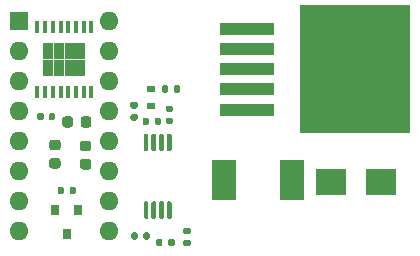
<source format=gbr>
%TF.GenerationSoftware,KiCad,Pcbnew,5.1.7-a382d34a8~88~ubuntu18.04.1*%
%TF.CreationDate,2021-05-09T09:36:21-04:00*%
%TF.ProjectId,salt_replacement,73616c74-5f72-4657-906c-6163656d656e,1.0.0*%
%TF.SameCoordinates,Original*%
%TF.FileFunction,Soldermask,Top*%
%TF.FilePolarity,Negative*%
%FSLAX46Y46*%
G04 Gerber Fmt 4.6, Leading zero omitted, Abs format (unit mm)*
G04 Created by KiCad (PCBNEW 5.1.7-a382d34a8~88~ubuntu18.04.1) date 2021-05-09 09:36:21*
%MOMM*%
%LPD*%
G01*
G04 APERTURE LIST*
%ADD10R,1.600000X1.600000*%
%ADD11O,1.600000X1.600000*%
%ADD12R,2.500000X2.300000*%
%ADD13R,2.000000X3.400000*%
%ADD14R,0.800000X0.900000*%
%ADD15R,4.600000X1.100000*%
%ADD16R,9.400000X10.800000*%
%ADD17R,0.450000X1.050000*%
%ADD18R,0.895000X1.470000*%
%ADD19R,0.700000X0.600000*%
G04 APERTURE END LIST*
D10*
%TO.C,J1*%
X111600000Y-111600000D03*
D11*
X119220000Y-129380000D03*
X111600000Y-114140000D03*
X119220000Y-126840000D03*
X111600000Y-116680000D03*
X119220000Y-124300000D03*
X111600000Y-119220000D03*
X119220000Y-121760000D03*
X111600000Y-121760000D03*
X119220000Y-119220000D03*
X111600000Y-124300000D03*
X119220000Y-116680000D03*
X111600000Y-126840000D03*
X119220000Y-114140000D03*
X111600000Y-129380000D03*
X119220000Y-111600000D03*
%TD*%
D12*
%TO.C,D1*%
X137950000Y-125200000D03*
X142250000Y-125200000D03*
%TD*%
D13*
%TO.C,L1*%
X134650000Y-125100000D03*
X128950000Y-125100000D03*
%TD*%
D14*
%TO.C,Q1*%
X116550000Y-127600000D03*
X114650000Y-127600000D03*
X115600000Y-129600000D03*
%TD*%
D15*
%TO.C,U1*%
X130825000Y-112300000D03*
X130825000Y-114000000D03*
X130825000Y-115700000D03*
X130825000Y-117400000D03*
X130825000Y-119100000D03*
D16*
X139975000Y-115700000D03*
%TD*%
D17*
%TO.C,U2*%
X113125000Y-117625000D03*
X113775000Y-117625000D03*
X114425000Y-117625000D03*
X115075000Y-117625000D03*
X115725000Y-117625000D03*
X116375000Y-117625000D03*
X117025000Y-117625000D03*
X117675000Y-117625000D03*
X117675000Y-112075000D03*
X117025000Y-112075000D03*
X116375000Y-112075000D03*
X115725000Y-112075000D03*
X115075000Y-112075000D03*
X114425000Y-112075000D03*
X113775000Y-112075000D03*
X113125000Y-112075000D03*
D18*
X116742500Y-114115000D03*
X115847500Y-114115000D03*
X114952500Y-114115000D03*
X114057500Y-114115000D03*
X116742500Y-115585000D03*
X115847500Y-115585000D03*
X114952500Y-115585000D03*
X114057500Y-115585000D03*
%TD*%
%TO.C,C6*%
G36*
G01*
X113110000Y-119870000D02*
X113110000Y-119530000D01*
G75*
G02*
X113250000Y-119390000I140000J0D01*
G01*
X113530000Y-119390000D01*
G75*
G02*
X113670000Y-119530000I0J-140000D01*
G01*
X113670000Y-119870000D01*
G75*
G02*
X113530000Y-120010000I-140000J0D01*
G01*
X113250000Y-120010000D01*
G75*
G02*
X113110000Y-119870000I0J140000D01*
G01*
G37*
G36*
G01*
X114070000Y-119870000D02*
X114070000Y-119530000D01*
G75*
G02*
X114210000Y-119390000I140000J0D01*
G01*
X114490000Y-119390000D01*
G75*
G02*
X114630000Y-119530000I0J-140000D01*
G01*
X114630000Y-119870000D01*
G75*
G02*
X114490000Y-120010000I-140000J0D01*
G01*
X114210000Y-120010000D01*
G75*
G02*
X114070000Y-119870000I0J140000D01*
G01*
G37*
%TD*%
%TO.C,C7*%
G36*
G01*
X116775000Y-120400000D02*
X116775000Y-119900000D01*
G75*
G02*
X117000000Y-119675000I225000J0D01*
G01*
X117450000Y-119675000D01*
G75*
G02*
X117675000Y-119900000I0J-225000D01*
G01*
X117675000Y-120400000D01*
G75*
G02*
X117450000Y-120625000I-225000J0D01*
G01*
X117000000Y-120625000D01*
G75*
G02*
X116775000Y-120400000I0J225000D01*
G01*
G37*
G36*
G01*
X115225000Y-120400000D02*
X115225000Y-119900000D01*
G75*
G02*
X115450000Y-119675000I225000J0D01*
G01*
X115900000Y-119675000D01*
G75*
G02*
X116125000Y-119900000I0J-225000D01*
G01*
X116125000Y-120400000D01*
G75*
G02*
X115900000Y-120625000I-225000J0D01*
G01*
X115450000Y-120625000D01*
G75*
G02*
X115225000Y-120400000I0J225000D01*
G01*
G37*
%TD*%
%TO.C,C8*%
G36*
G01*
X114850000Y-124100000D02*
X114350000Y-124100000D01*
G75*
G02*
X114125000Y-123875000I0J225000D01*
G01*
X114125000Y-123425000D01*
G75*
G02*
X114350000Y-123200000I225000J0D01*
G01*
X114850000Y-123200000D01*
G75*
G02*
X115075000Y-123425000I0J-225000D01*
G01*
X115075000Y-123875000D01*
G75*
G02*
X114850000Y-124100000I-225000J0D01*
G01*
G37*
G36*
G01*
X114850000Y-122550000D02*
X114350000Y-122550000D01*
G75*
G02*
X114125000Y-122325000I0J225000D01*
G01*
X114125000Y-121875000D01*
G75*
G02*
X114350000Y-121650000I225000J0D01*
G01*
X114850000Y-121650000D01*
G75*
G02*
X115075000Y-121875000I0J-225000D01*
G01*
X115075000Y-122325000D01*
G75*
G02*
X114850000Y-122550000I-225000J0D01*
G01*
G37*
%TD*%
%TO.C,C9*%
G36*
G01*
X117450000Y-124175000D02*
X116950000Y-124175000D01*
G75*
G02*
X116725000Y-123950000I0J225000D01*
G01*
X116725000Y-123500000D01*
G75*
G02*
X116950000Y-123275000I225000J0D01*
G01*
X117450000Y-123275000D01*
G75*
G02*
X117675000Y-123500000I0J-225000D01*
G01*
X117675000Y-123950000D01*
G75*
G02*
X117450000Y-124175000I-225000J0D01*
G01*
G37*
G36*
G01*
X117450000Y-122625000D02*
X116950000Y-122625000D01*
G75*
G02*
X116725000Y-122400000I0J225000D01*
G01*
X116725000Y-121950000D01*
G75*
G02*
X116950000Y-121725000I225000J0D01*
G01*
X117450000Y-121725000D01*
G75*
G02*
X117675000Y-121950000I0J-225000D01*
G01*
X117675000Y-122400000D01*
G75*
G02*
X117450000Y-122625000I-225000J0D01*
G01*
G37*
%TD*%
%TO.C,R2*%
G36*
G01*
X116390000Y-125765000D02*
X116390000Y-126135000D01*
G75*
G02*
X116255000Y-126270000I-135000J0D01*
G01*
X115985000Y-126270000D01*
G75*
G02*
X115850000Y-126135000I0J135000D01*
G01*
X115850000Y-125765000D01*
G75*
G02*
X115985000Y-125630000I135000J0D01*
G01*
X116255000Y-125630000D01*
G75*
G02*
X116390000Y-125765000I0J-135000D01*
G01*
G37*
G36*
G01*
X115370000Y-125765000D02*
X115370000Y-126135000D01*
G75*
G02*
X115235000Y-126270000I-135000J0D01*
G01*
X114965000Y-126270000D01*
G75*
G02*
X114830000Y-126135000I0J135000D01*
G01*
X114830000Y-125765000D01*
G75*
G02*
X114965000Y-125630000I135000J0D01*
G01*
X115235000Y-125630000D01*
G75*
G02*
X115370000Y-125765000I0J-135000D01*
G01*
G37*
%TD*%
%TO.C,U3*%
G36*
G01*
X124175000Y-121150000D02*
X124375000Y-121150000D01*
G75*
G02*
X124475000Y-121250000I0J-100000D01*
G01*
X124475000Y-122525000D01*
G75*
G02*
X124375000Y-122625000I-100000J0D01*
G01*
X124175000Y-122625000D01*
G75*
G02*
X124075000Y-122525000I0J100000D01*
G01*
X124075000Y-121250000D01*
G75*
G02*
X124175000Y-121150000I100000J0D01*
G01*
G37*
G36*
G01*
X123525000Y-121150000D02*
X123725000Y-121150000D01*
G75*
G02*
X123825000Y-121250000I0J-100000D01*
G01*
X123825000Y-122525000D01*
G75*
G02*
X123725000Y-122625000I-100000J0D01*
G01*
X123525000Y-122625000D01*
G75*
G02*
X123425000Y-122525000I0J100000D01*
G01*
X123425000Y-121250000D01*
G75*
G02*
X123525000Y-121150000I100000J0D01*
G01*
G37*
G36*
G01*
X122875000Y-121150000D02*
X123075000Y-121150000D01*
G75*
G02*
X123175000Y-121250000I0J-100000D01*
G01*
X123175000Y-122525000D01*
G75*
G02*
X123075000Y-122625000I-100000J0D01*
G01*
X122875000Y-122625000D01*
G75*
G02*
X122775000Y-122525000I0J100000D01*
G01*
X122775000Y-121250000D01*
G75*
G02*
X122875000Y-121150000I100000J0D01*
G01*
G37*
G36*
G01*
X122225000Y-121150000D02*
X122425000Y-121150000D01*
G75*
G02*
X122525000Y-121250000I0J-100000D01*
G01*
X122525000Y-122525000D01*
G75*
G02*
X122425000Y-122625000I-100000J0D01*
G01*
X122225000Y-122625000D01*
G75*
G02*
X122125000Y-122525000I0J100000D01*
G01*
X122125000Y-121250000D01*
G75*
G02*
X122225000Y-121150000I100000J0D01*
G01*
G37*
G36*
G01*
X122225000Y-126875000D02*
X122425000Y-126875000D01*
G75*
G02*
X122525000Y-126975000I0J-100000D01*
G01*
X122525000Y-128250000D01*
G75*
G02*
X122425000Y-128350000I-100000J0D01*
G01*
X122225000Y-128350000D01*
G75*
G02*
X122125000Y-128250000I0J100000D01*
G01*
X122125000Y-126975000D01*
G75*
G02*
X122225000Y-126875000I100000J0D01*
G01*
G37*
G36*
G01*
X122875000Y-126875000D02*
X123075000Y-126875000D01*
G75*
G02*
X123175000Y-126975000I0J-100000D01*
G01*
X123175000Y-128250000D01*
G75*
G02*
X123075000Y-128350000I-100000J0D01*
G01*
X122875000Y-128350000D01*
G75*
G02*
X122775000Y-128250000I0J100000D01*
G01*
X122775000Y-126975000D01*
G75*
G02*
X122875000Y-126875000I100000J0D01*
G01*
G37*
G36*
G01*
X123525000Y-126875000D02*
X123725000Y-126875000D01*
G75*
G02*
X123825000Y-126975000I0J-100000D01*
G01*
X123825000Y-128250000D01*
G75*
G02*
X123725000Y-128350000I-100000J0D01*
G01*
X123525000Y-128350000D01*
G75*
G02*
X123425000Y-128250000I0J100000D01*
G01*
X123425000Y-126975000D01*
G75*
G02*
X123525000Y-126875000I100000J0D01*
G01*
G37*
G36*
G01*
X124175000Y-126875000D02*
X124375000Y-126875000D01*
G75*
G02*
X124475000Y-126975000I0J-100000D01*
G01*
X124475000Y-128250000D01*
G75*
G02*
X124375000Y-128350000I-100000J0D01*
G01*
X124175000Y-128350000D01*
G75*
G02*
X124075000Y-128250000I0J100000D01*
G01*
X124075000Y-126975000D01*
G75*
G02*
X124175000Y-126875000I100000J0D01*
G01*
G37*
%TD*%
D19*
%TO.C,D2*%
X122750000Y-118800000D03*
X122750000Y-117400000D03*
%TD*%
%TO.C,R1*%
G36*
G01*
X124210000Y-117165000D02*
X124210000Y-117535000D01*
G75*
G02*
X124075000Y-117670000I-135000J0D01*
G01*
X123805000Y-117670000D01*
G75*
G02*
X123670000Y-117535000I0J135000D01*
G01*
X123670000Y-117165000D01*
G75*
G02*
X123805000Y-117030000I135000J0D01*
G01*
X124075000Y-117030000D01*
G75*
G02*
X124210000Y-117165000I0J-135000D01*
G01*
G37*
G36*
G01*
X125230000Y-117165000D02*
X125230000Y-117535000D01*
G75*
G02*
X125095000Y-117670000I-135000J0D01*
G01*
X124825000Y-117670000D01*
G75*
G02*
X124690000Y-117535000I0J135000D01*
G01*
X124690000Y-117165000D01*
G75*
G02*
X124825000Y-117030000I135000J0D01*
G01*
X125095000Y-117030000D01*
G75*
G02*
X125230000Y-117165000I0J-135000D01*
G01*
G37*
%TD*%
%TO.C,R3*%
G36*
G01*
X125615000Y-129120000D02*
X125985000Y-129120000D01*
G75*
G02*
X126120000Y-129255000I0J-135000D01*
G01*
X126120000Y-129525000D01*
G75*
G02*
X125985000Y-129660000I-135000J0D01*
G01*
X125615000Y-129660000D01*
G75*
G02*
X125480000Y-129525000I0J135000D01*
G01*
X125480000Y-129255000D01*
G75*
G02*
X125615000Y-129120000I135000J0D01*
G01*
G37*
G36*
G01*
X125615000Y-130140000D02*
X125985000Y-130140000D01*
G75*
G02*
X126120000Y-130275000I0J-135000D01*
G01*
X126120000Y-130545000D01*
G75*
G02*
X125985000Y-130680000I-135000J0D01*
G01*
X125615000Y-130680000D01*
G75*
G02*
X125480000Y-130545000I0J135000D01*
G01*
X125480000Y-130275000D01*
G75*
G02*
X125615000Y-130140000I135000J0D01*
G01*
G37*
%TD*%
%TO.C,R4*%
G36*
G01*
X124115000Y-119790000D02*
X124485000Y-119790000D01*
G75*
G02*
X124620000Y-119925000I0J-135000D01*
G01*
X124620000Y-120195000D01*
G75*
G02*
X124485000Y-120330000I-135000J0D01*
G01*
X124115000Y-120330000D01*
G75*
G02*
X123980000Y-120195000I0J135000D01*
G01*
X123980000Y-119925000D01*
G75*
G02*
X124115000Y-119790000I135000J0D01*
G01*
G37*
G36*
G01*
X124115000Y-118770000D02*
X124485000Y-118770000D01*
G75*
G02*
X124620000Y-118905000I0J-135000D01*
G01*
X124620000Y-119175000D01*
G75*
G02*
X124485000Y-119310000I-135000J0D01*
G01*
X124115000Y-119310000D01*
G75*
G02*
X123980000Y-119175000I0J135000D01*
G01*
X123980000Y-118905000D01*
G75*
G02*
X124115000Y-118770000I135000J0D01*
G01*
G37*
%TD*%
%TO.C,R5*%
G36*
G01*
X121115000Y-118470000D02*
X121485000Y-118470000D01*
G75*
G02*
X121620000Y-118605000I0J-135000D01*
G01*
X121620000Y-118875000D01*
G75*
G02*
X121485000Y-119010000I-135000J0D01*
G01*
X121115000Y-119010000D01*
G75*
G02*
X120980000Y-118875000I0J135000D01*
G01*
X120980000Y-118605000D01*
G75*
G02*
X121115000Y-118470000I135000J0D01*
G01*
G37*
G36*
G01*
X121115000Y-119490000D02*
X121485000Y-119490000D01*
G75*
G02*
X121620000Y-119625000I0J-135000D01*
G01*
X121620000Y-119895000D01*
G75*
G02*
X121485000Y-120030000I-135000J0D01*
G01*
X121115000Y-120030000D01*
G75*
G02*
X120980000Y-119895000I0J135000D01*
G01*
X120980000Y-119625000D01*
G75*
G02*
X121115000Y-119490000I135000J0D01*
G01*
G37*
%TD*%
%TO.C,R6*%
G36*
G01*
X123580000Y-119915000D02*
X123580000Y-120285000D01*
G75*
G02*
X123445000Y-120420000I-135000J0D01*
G01*
X123175000Y-120420000D01*
G75*
G02*
X123040000Y-120285000I0J135000D01*
G01*
X123040000Y-119915000D01*
G75*
G02*
X123175000Y-119780000I135000J0D01*
G01*
X123445000Y-119780000D01*
G75*
G02*
X123580000Y-119915000I0J-135000D01*
G01*
G37*
G36*
G01*
X122560000Y-119915000D02*
X122560000Y-120285000D01*
G75*
G02*
X122425000Y-120420000I-135000J0D01*
G01*
X122155000Y-120420000D01*
G75*
G02*
X122020000Y-120285000I0J135000D01*
G01*
X122020000Y-119915000D01*
G75*
G02*
X122155000Y-119780000I135000J0D01*
G01*
X122425000Y-119780000D01*
G75*
G02*
X122560000Y-119915000I0J-135000D01*
G01*
G37*
%TD*%
%TO.C,R7*%
G36*
G01*
X121610000Y-129615000D02*
X121610000Y-129985000D01*
G75*
G02*
X121475000Y-130120000I-135000J0D01*
G01*
X121205000Y-130120000D01*
G75*
G02*
X121070000Y-129985000I0J135000D01*
G01*
X121070000Y-129615000D01*
G75*
G02*
X121205000Y-129480000I135000J0D01*
G01*
X121475000Y-129480000D01*
G75*
G02*
X121610000Y-129615000I0J-135000D01*
G01*
G37*
G36*
G01*
X122630000Y-129615000D02*
X122630000Y-129985000D01*
G75*
G02*
X122495000Y-130120000I-135000J0D01*
G01*
X122225000Y-130120000D01*
G75*
G02*
X122090000Y-129985000I0J135000D01*
G01*
X122090000Y-129615000D01*
G75*
G02*
X122225000Y-129480000I135000J0D01*
G01*
X122495000Y-129480000D01*
G75*
G02*
X122630000Y-129615000I0J-135000D01*
G01*
G37*
%TD*%
%TO.C,R8*%
G36*
G01*
X124190000Y-130535000D02*
X124190000Y-130165000D01*
G75*
G02*
X124325000Y-130030000I135000J0D01*
G01*
X124595000Y-130030000D01*
G75*
G02*
X124730000Y-130165000I0J-135000D01*
G01*
X124730000Y-130535000D01*
G75*
G02*
X124595000Y-130670000I-135000J0D01*
G01*
X124325000Y-130670000D01*
G75*
G02*
X124190000Y-130535000I0J135000D01*
G01*
G37*
G36*
G01*
X123170000Y-130535000D02*
X123170000Y-130165000D01*
G75*
G02*
X123305000Y-130030000I135000J0D01*
G01*
X123575000Y-130030000D01*
G75*
G02*
X123710000Y-130165000I0J-135000D01*
G01*
X123710000Y-130535000D01*
G75*
G02*
X123575000Y-130670000I-135000J0D01*
G01*
X123305000Y-130670000D01*
G75*
G02*
X123170000Y-130535000I0J135000D01*
G01*
G37*
%TD*%
M02*

</source>
